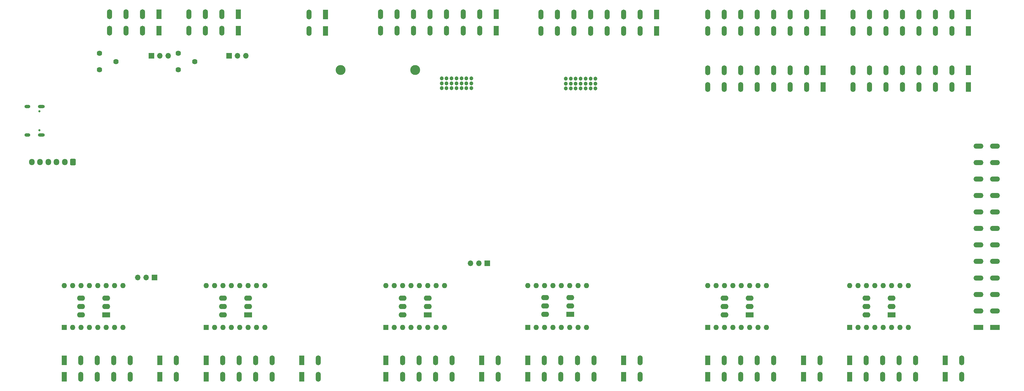
<source format=gbs>
G04 #@! TF.GenerationSoftware,KiCad,Pcbnew,7.0.10*
G04 #@! TF.CreationDate,2024-02-23T22:38:30+01:00*
G04 #@! TF.ProjectId,FluidNC,466c7569-644e-4432-9e6b-696361645f70,rev?*
G04 #@! TF.SameCoordinates,Original*
G04 #@! TF.FileFunction,Soldermask,Bot*
G04 #@! TF.FilePolarity,Negative*
%FSLAX46Y46*%
G04 Gerber Fmt 4.6, Leading zero omitted, Abs format (unit mm)*
G04 Created by KiCad (PCBNEW 7.0.10) date 2024-02-23 22:38:30*
%MOMM*%
%LPD*%
G01*
G04 APERTURE LIST*
G04 Aperture macros list*
%AMRoundRect*
0 Rectangle with rounded corners*
0 $1 Rounding radius*
0 $2 $3 $4 $5 $6 $7 $8 $9 X,Y pos of 4 corners*
0 Add a 4 corners polygon primitive as box body*
4,1,4,$2,$3,$4,$5,$6,$7,$8,$9,$2,$3,0*
0 Add four circle primitives for the rounded corners*
1,1,$1+$1,$2,$3*
1,1,$1+$1,$4,$5*
1,1,$1+$1,$6,$7*
1,1,$1+$1,$8,$9*
0 Add four rect primitives between the rounded corners*
20,1,$1+$1,$2,$3,$4,$5,0*
20,1,$1+$1,$4,$5,$6,$7,0*
20,1,$1+$1,$6,$7,$8,$9,0*
20,1,$1+$1,$8,$9,$2,$3,0*%
G04 Aperture macros list end*
%ADD10R,1.500000X3.000000*%
%ADD11O,1.500000X3.000000*%
%ADD12C,0.650000*%
%ADD13O,2.100000X1.000000*%
%ADD14O,1.800000X1.000000*%
%ADD15C,1.620000*%
%ADD16C,1.200000*%
%ADD17R,2.400000X1.600000*%
%ADD18O,2.400000X1.600000*%
%ADD19R,1.700000X1.700000*%
%ADD20O,1.700000X1.700000*%
%ADD21R,1.600000X1.600000*%
%ADD22O,1.600000X1.600000*%
%ADD23RoundRect,0.250000X0.600000X0.725000X-0.600000X0.725000X-0.600000X-0.725000X0.600000X-0.725000X0*%
%ADD24O,1.700000X1.950000*%
%ADD25C,3.000000*%
%ADD26R,3.000000X1.500000*%
%ADD27O,3.000000X1.500000*%
G04 APERTURE END LIST*
D10*
X143874000Y-9908000D03*
X143874000Y-4908000D03*
D11*
X138874000Y-9908000D03*
X138874000Y-4908000D03*
X133874000Y-9908000D03*
X133874000Y-4908000D03*
X128874000Y-9908000D03*
X128874000Y-4908000D03*
X123874000Y-9908000D03*
X123874000Y-4908000D03*
X118874000Y-9908000D03*
X118874000Y-4908000D03*
X113874000Y-9908000D03*
X113874000Y-4908000D03*
X108874000Y-9908000D03*
X108874000Y-4908000D03*
D10*
X13000000Y-110000000D03*
X13000000Y-115000000D03*
D11*
X18000000Y-110000000D03*
X18000000Y-115000000D03*
X23000000Y-110000000D03*
X23000000Y-115000000D03*
X28000000Y-110000000D03*
X28000000Y-115000000D03*
X33000000Y-110000000D03*
X33000000Y-115000000D03*
D12*
X5505500Y-34420000D03*
X5505500Y-40200000D03*
D13*
X6025500Y-32990000D03*
D14*
X1825500Y-32990000D03*
D13*
X6025500Y-41630000D03*
D14*
X1825500Y-41630000D03*
D10*
X153500000Y-110000000D03*
X153500000Y-115000000D03*
D11*
X158500000Y-110000000D03*
X158500000Y-115000000D03*
X163500000Y-110000000D03*
X163500000Y-115000000D03*
X168500000Y-110000000D03*
X168500000Y-115000000D03*
X173500000Y-110000000D03*
X173500000Y-115000000D03*
D15*
X47538000Y-21804000D03*
X52538000Y-19304000D03*
X47538000Y-16804000D03*
D10*
X110500000Y-110000000D03*
X110500000Y-115000000D03*
D11*
X115500000Y-110000000D03*
X115500000Y-115000000D03*
X120500000Y-110000000D03*
X120500000Y-115000000D03*
X125500000Y-110000000D03*
X125500000Y-115000000D03*
X130500000Y-110000000D03*
X130500000Y-115000000D03*
D10*
X85000000Y-110000000D03*
X85000000Y-115000000D03*
D11*
X90000000Y-110000000D03*
X90000000Y-115000000D03*
D16*
X164980000Y-24500000D03*
X164980000Y-26000000D03*
X164980000Y-27500000D03*
X166480000Y-24500000D03*
X166480000Y-26000000D03*
X166480000Y-27500000D03*
X167980000Y-24500000D03*
X167980000Y-26000000D03*
X167980000Y-27500000D03*
X169480000Y-24500000D03*
X169480000Y-26000000D03*
X169480000Y-27500000D03*
X170980000Y-24500000D03*
X170980000Y-26000000D03*
X170980000Y-27500000D03*
X172480000Y-24500000D03*
X172480000Y-26000000D03*
X172480000Y-27500000D03*
X173980000Y-24500000D03*
X173980000Y-26000000D03*
X173980000Y-27500000D03*
D10*
X182500000Y-110000000D03*
X182500000Y-115000000D03*
D11*
X187500000Y-110000000D03*
X187500000Y-115000000D03*
D10*
X192480000Y-10000000D03*
X192480000Y-5000000D03*
D11*
X187480000Y-10000000D03*
X187480000Y-5000000D03*
X182480000Y-10000000D03*
X182480000Y-5000000D03*
X177480000Y-10000000D03*
X177480000Y-5000000D03*
X172480000Y-10000000D03*
X172480000Y-5000000D03*
X167480000Y-10000000D03*
X167480000Y-5000000D03*
X162480000Y-10000000D03*
X162480000Y-5000000D03*
X157480000Y-10000000D03*
X157480000Y-5000000D03*
D17*
X68690000Y-96210000D03*
D18*
X68690000Y-93670000D03*
X68690000Y-91130000D03*
X61070000Y-91130000D03*
X61070000Y-93670000D03*
X61070000Y-96210000D03*
D10*
X243000000Y-10000000D03*
X243000000Y-5000000D03*
D11*
X238000000Y-10000000D03*
X238000000Y-5000000D03*
X233000000Y-10000000D03*
X233000000Y-5000000D03*
X228000000Y-10000000D03*
X228000000Y-5000000D03*
X223000000Y-10000000D03*
X223000000Y-5000000D03*
X218000000Y-10000000D03*
X218000000Y-5000000D03*
X213000000Y-10000000D03*
X213000000Y-5000000D03*
X208000000Y-10000000D03*
X208000000Y-5000000D03*
D10*
X56000000Y-110000000D03*
X56000000Y-115000000D03*
D11*
X61000000Y-110000000D03*
X61000000Y-115000000D03*
X66000000Y-110000000D03*
X66000000Y-115000000D03*
X71000000Y-110000000D03*
X71000000Y-115000000D03*
X76000000Y-110000000D03*
X76000000Y-115000000D03*
D10*
X42000000Y-110000000D03*
X42000000Y-115000000D03*
D11*
X47000000Y-110000000D03*
X47000000Y-115000000D03*
D19*
X141209000Y-80518000D03*
D20*
X138669000Y-80518000D03*
X136129000Y-80518000D03*
D17*
X220690000Y-96210000D03*
D18*
X220690000Y-93670000D03*
X220690000Y-91130000D03*
X213070000Y-91130000D03*
X213070000Y-93670000D03*
X213070000Y-96210000D03*
D10*
X65750000Y-9906000D03*
X65750000Y-4906000D03*
D11*
X60750000Y-9906000D03*
X60750000Y-4906000D03*
X55750000Y-9906000D03*
X55750000Y-4906000D03*
X50750000Y-9906000D03*
X50750000Y-4906000D03*
D10*
X92202000Y-10000000D03*
X92202000Y-5000000D03*
D11*
X87202000Y-10000000D03*
X87202000Y-5000000D03*
D21*
X13000000Y-100000000D03*
D22*
X15540000Y-100000000D03*
X18080000Y-100000000D03*
X20620000Y-100000000D03*
X23160000Y-100000000D03*
X25700000Y-100000000D03*
X28240000Y-100000000D03*
X30780000Y-100000000D03*
X30780000Y-87300000D03*
X28240000Y-87300000D03*
X25700000Y-87300000D03*
X23160000Y-87300000D03*
X20620000Y-87300000D03*
X18080000Y-87300000D03*
X15540000Y-87300000D03*
X13000000Y-87300000D03*
D21*
X153500000Y-100000000D03*
D22*
X156040000Y-100000000D03*
X158580000Y-100000000D03*
X161120000Y-100000000D03*
X163660000Y-100000000D03*
X166200000Y-100000000D03*
X168740000Y-100000000D03*
X171280000Y-100000000D03*
X171280000Y-87300000D03*
X168740000Y-87300000D03*
X166200000Y-87300000D03*
X163660000Y-87300000D03*
X161120000Y-87300000D03*
X158580000Y-87300000D03*
X156040000Y-87300000D03*
X153500000Y-87300000D03*
D23*
X15668000Y-49784000D03*
D24*
X13168000Y-49784000D03*
X10668000Y-49784000D03*
X8168000Y-49784000D03*
X5668000Y-49784000D03*
X3168000Y-49784000D03*
D17*
X166360000Y-96022000D03*
D18*
X166360000Y-93482000D03*
X166360000Y-90942000D03*
X158740000Y-90942000D03*
X158740000Y-93482000D03*
X158740000Y-96022000D03*
D25*
X119380000Y-21844000D03*
X96780000Y-21844000D03*
D26*
X290000000Y-100000000D03*
X295000000Y-100000000D03*
D27*
X290000000Y-95000000D03*
X295000000Y-95000000D03*
X290000000Y-90000000D03*
X295000000Y-90000000D03*
X290000000Y-85000000D03*
X295000000Y-85000000D03*
X290000000Y-80000000D03*
X295000000Y-80000000D03*
X290000000Y-75000000D03*
X295000000Y-75000000D03*
X290000000Y-70000000D03*
X295000000Y-70000000D03*
X290000000Y-65000000D03*
X295000000Y-65000000D03*
X290000000Y-60000000D03*
X295000000Y-60000000D03*
X290000000Y-55000000D03*
X295000000Y-55000000D03*
X290000000Y-50000000D03*
X295000000Y-50000000D03*
X290000000Y-45000000D03*
X295000000Y-45000000D03*
D19*
X62992000Y-17526000D03*
D20*
X65532000Y-17526000D03*
X68072000Y-17526000D03*
D21*
X110500000Y-100000000D03*
D22*
X113040000Y-100000000D03*
X115580000Y-100000000D03*
X118120000Y-100000000D03*
X120660000Y-100000000D03*
X123200000Y-100000000D03*
X125740000Y-100000000D03*
X128280000Y-100000000D03*
X128280000Y-87300000D03*
X125740000Y-87300000D03*
X123200000Y-87300000D03*
X120660000Y-87300000D03*
X118120000Y-87300000D03*
X115580000Y-87300000D03*
X113040000Y-87300000D03*
X110500000Y-87300000D03*
D10*
X280000000Y-110000000D03*
X280000000Y-115000000D03*
D11*
X285000000Y-110000000D03*
X285000000Y-115000000D03*
D10*
X237000000Y-110000000D03*
X237000000Y-115000000D03*
D11*
X242000000Y-110000000D03*
X242000000Y-115000000D03*
D10*
X251000000Y-110000000D03*
X251000000Y-115000000D03*
D11*
X256000000Y-110000000D03*
X256000000Y-115000000D03*
X261000000Y-110000000D03*
X261000000Y-115000000D03*
X266000000Y-110000000D03*
X266000000Y-115000000D03*
X271000000Y-110000000D03*
X271000000Y-115000000D03*
D15*
X23662000Y-21804000D03*
X28662000Y-19304000D03*
X23662000Y-16804000D03*
D21*
X56000000Y-100000000D03*
D22*
X58540000Y-100000000D03*
X61080000Y-100000000D03*
X63620000Y-100000000D03*
X66160000Y-100000000D03*
X68700000Y-100000000D03*
X71240000Y-100000000D03*
X73780000Y-100000000D03*
X73780000Y-87300000D03*
X71240000Y-87300000D03*
X68700000Y-87300000D03*
X66160000Y-87300000D03*
X63620000Y-87300000D03*
X61080000Y-87300000D03*
X58540000Y-87300000D03*
X56000000Y-87300000D03*
D16*
X127374000Y-24408000D03*
X127374000Y-25908000D03*
X127374000Y-27408000D03*
X128874000Y-24408000D03*
X128874000Y-25908000D03*
X128874000Y-27408000D03*
X130374000Y-24408000D03*
X130374000Y-25908000D03*
X130374000Y-27408000D03*
X131874000Y-24408000D03*
X131874000Y-25908000D03*
X131874000Y-27408000D03*
X133374000Y-24408000D03*
X133374000Y-25908000D03*
X133374000Y-27408000D03*
X134874000Y-24408000D03*
X134874000Y-25908000D03*
X134874000Y-27408000D03*
X136374000Y-24408000D03*
X136374000Y-25908000D03*
X136374000Y-27408000D03*
D10*
X243000000Y-27000000D03*
X243000000Y-22000000D03*
D11*
X238000000Y-27000000D03*
X238000000Y-22000000D03*
X233000000Y-27000000D03*
X233000000Y-22000000D03*
X228000000Y-27000000D03*
X228000000Y-22000000D03*
X223000000Y-27000000D03*
X223000000Y-22000000D03*
X218000000Y-27000000D03*
X218000000Y-22000000D03*
X213000000Y-27000000D03*
X213000000Y-22000000D03*
X208000000Y-27000000D03*
X208000000Y-22000000D03*
D17*
X263690000Y-96210000D03*
D18*
X263690000Y-93670000D03*
X263690000Y-91130000D03*
X256070000Y-91130000D03*
X256070000Y-93670000D03*
X256070000Y-96210000D03*
D19*
X40386000Y-84836000D03*
D20*
X37846000Y-84836000D03*
X35306000Y-84836000D03*
D17*
X25690000Y-96210000D03*
D18*
X25690000Y-93670000D03*
X25690000Y-91130000D03*
X18070000Y-91130000D03*
X18070000Y-93670000D03*
X18070000Y-96210000D03*
D21*
X251000000Y-100000000D03*
D22*
X253540000Y-100000000D03*
X256080000Y-100000000D03*
X258620000Y-100000000D03*
X261160000Y-100000000D03*
X263700000Y-100000000D03*
X266240000Y-100000000D03*
X268780000Y-100000000D03*
X268780000Y-87300000D03*
X266240000Y-87300000D03*
X263700000Y-87300000D03*
X261160000Y-87300000D03*
X258620000Y-87300000D03*
X256080000Y-87300000D03*
X253540000Y-87300000D03*
X251000000Y-87300000D03*
D10*
X287000000Y-27000000D03*
X287000000Y-22000000D03*
D11*
X282000000Y-27000000D03*
X282000000Y-22000000D03*
X277000000Y-27000000D03*
X277000000Y-22000000D03*
X272000000Y-27000000D03*
X272000000Y-22000000D03*
X267000000Y-27000000D03*
X267000000Y-22000000D03*
X262000000Y-27000000D03*
X262000000Y-22000000D03*
X257000000Y-27000000D03*
X257000000Y-22000000D03*
X252000000Y-27000000D03*
X252000000Y-22000000D03*
D19*
X39385000Y-17526000D03*
D20*
X41925000Y-17526000D03*
X44465000Y-17526000D03*
D10*
X208000000Y-110000000D03*
X208000000Y-115000000D03*
D11*
X213000000Y-110000000D03*
X213000000Y-115000000D03*
X218000000Y-110000000D03*
X218000000Y-115000000D03*
X223000000Y-110000000D03*
X223000000Y-115000000D03*
X228000000Y-110000000D03*
X228000000Y-115000000D03*
D10*
X139500000Y-110000000D03*
X139500000Y-115000000D03*
D11*
X144500000Y-110000000D03*
X144500000Y-115000000D03*
D10*
X287000000Y-10000000D03*
X287000000Y-5000000D03*
D11*
X282000000Y-10000000D03*
X282000000Y-5000000D03*
X277000000Y-10000000D03*
X277000000Y-5000000D03*
X272000000Y-10000000D03*
X272000000Y-5000000D03*
X267000000Y-10000000D03*
X267000000Y-5000000D03*
X262000000Y-10000000D03*
X262000000Y-5000000D03*
X257000000Y-10000000D03*
X257000000Y-5000000D03*
X252000000Y-10000000D03*
X252000000Y-5000000D03*
D17*
X123190000Y-96210000D03*
D18*
X123190000Y-93670000D03*
X123190000Y-91130000D03*
X115570000Y-91130000D03*
X115570000Y-93670000D03*
X115570000Y-96210000D03*
D21*
X208000000Y-100000000D03*
D22*
X210540000Y-100000000D03*
X213080000Y-100000000D03*
X215620000Y-100000000D03*
X218160000Y-100000000D03*
X220700000Y-100000000D03*
X223240000Y-100000000D03*
X225780000Y-100000000D03*
X225780000Y-87300000D03*
X223240000Y-87300000D03*
X220700000Y-87300000D03*
X218160000Y-87300000D03*
X215620000Y-87300000D03*
X213080000Y-87300000D03*
X210540000Y-87300000D03*
X208000000Y-87300000D03*
D10*
X41750000Y-9906000D03*
X41750000Y-4906000D03*
D11*
X36750000Y-9906000D03*
X36750000Y-4906000D03*
X31750000Y-9906000D03*
X31750000Y-4906000D03*
X26750000Y-9906000D03*
X26750000Y-4906000D03*
M02*

</source>
